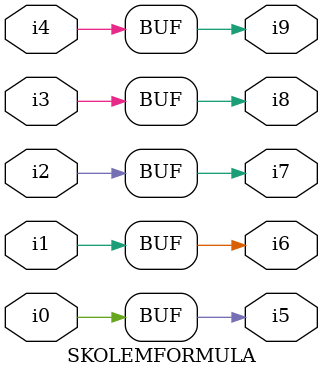
<source format=v>

module SKOLEMFORMULA ( 
    i0, i1, i2, i3, i4,
    i5, i6, i7, i8, i9  );
  input  i0, i1, i2, i3, i4;
  output i5, i6, i7, i8, i9;
  assign i5 = i0;
  assign i6 = i1;
  assign i7 = i2;
  assign i8 = i3;
  assign i9 = i4;
endmodule



</source>
